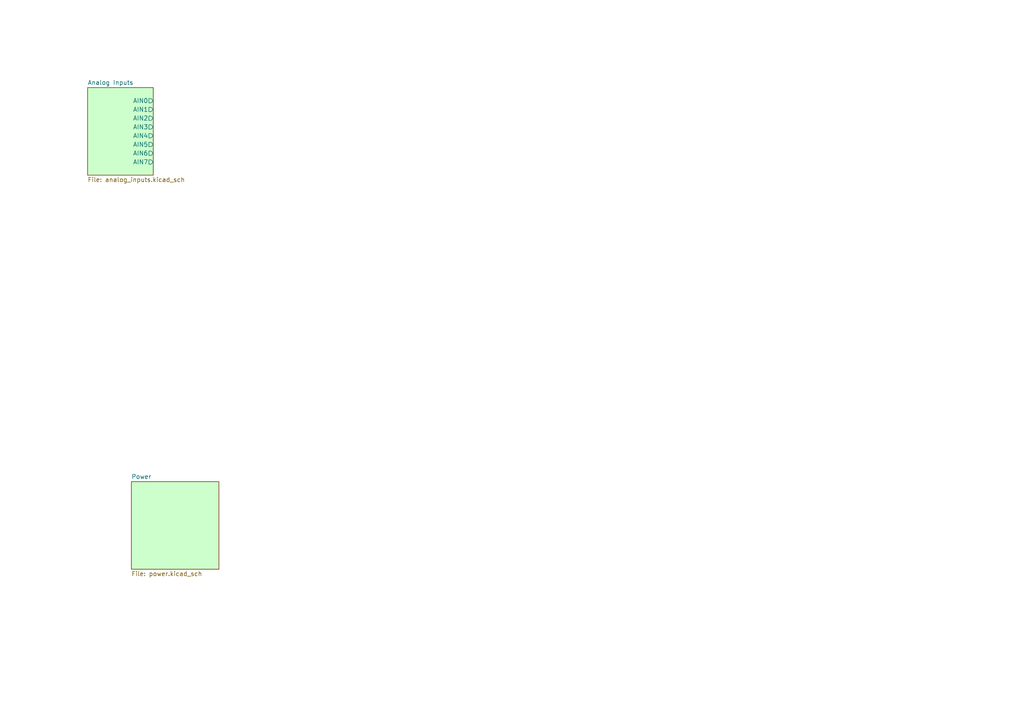
<source format=kicad_sch>
(kicad_sch
	(version 20250114)
	(generator "eeschema")
	(generator_version "9.0")
	(uuid "6f319019-7f64-4f31-b33e-8e8be597b53c")
	(paper "A4")
	(title_block
		(title "Control & Data Acquisition | Root")
		(date "2025-07-01")
		(rev "1")
		(company "Ing. Andrés Chaparro")
	)
	(lib_symbols)
	(sheet
		(at 38.1 139.7)
		(size 25.4 25.4)
		(exclude_from_sim no)
		(in_bom yes)
		(on_board yes)
		(dnp no)
		(fields_autoplaced yes)
		(stroke
			(width 0.1524)
			(type solid)
		)
		(fill
			(color 0 255 0 0.2000)
		)
		(uuid "4fef582d-d8d1-4831-b4d1-071ef2a3959f")
		(property "Sheetname" "Power"
			(at 38.1 138.9884 0)
			(effects
				(font
					(size 1.27 1.27)
				)
				(justify left bottom)
			)
		)
		(property "Sheetfile" "power.kicad_sch"
			(at 38.1 165.6846 0)
			(effects
				(font
					(size 1.27 1.27)
				)
				(justify left top)
			)
		)
		(instances
			(project "kicad-stm32-cdaq"
				(path "/6f319019-7f64-4f31-b33e-8e8be597b53c"
					(page "3")
				)
			)
		)
	)
	(sheet
		(at 25.4 25.4)
		(size 19.05 25.4)
		(exclude_from_sim no)
		(in_bom yes)
		(on_board yes)
		(dnp no)
		(fields_autoplaced yes)
		(stroke
			(width 0.1524)
			(type solid)
		)
		(fill
			(color 0 255 0 0.2000)
		)
		(uuid "642dd7a1-e8d1-40de-b320-c5dce24ac1c2")
		(property "Sheetname" "Analog Inputs"
			(at 25.4 24.6884 0)
			(effects
				(font
					(size 1.27 1.27)
				)
				(justify left bottom)
			)
		)
		(property "Sheetfile" "analog_inputs.kicad_sch"
			(at 25.4 51.3846 0)
			(effects
				(font
					(size 1.27 1.27)
				)
				(justify left top)
			)
		)
		(pin "AIN0" output
			(at 44.45 29.21 0)
			(uuid "b2e0e2a3-1271-4f1c-8c8d-af39959b04e8")
			(effects
				(font
					(size 1.27 1.27)
				)
				(justify right)
			)
		)
		(pin "AIN1" output
			(at 44.45 31.75 0)
			(uuid "99e52a94-2c95-4477-9d94-b588315999b6")
			(effects
				(font
					(size 1.27 1.27)
				)
				(justify right)
			)
		)
		(pin "AIN2" output
			(at 44.45 34.29 0)
			(uuid "327fecc3-3186-4752-8bdf-ad2dcd36e17b")
			(effects
				(font
					(size 1.27 1.27)
				)
				(justify right)
			)
		)
		(pin "AIN3" output
			(at 44.45 36.83 0)
			(uuid "8fa06f56-4231-4c27-8845-2a252194e4bd")
			(effects
				(font
					(size 1.27 1.27)
				)
				(justify right)
			)
		)
		(pin "AIN4" output
			(at 44.45 39.37 0)
			(uuid "7a991027-9fb3-471f-b3f8-1a191448775d")
			(effects
				(font
					(size 1.27 1.27)
				)
				(justify right)
			)
		)
		(pin "AIN5" output
			(at 44.45 41.91 0)
			(uuid "20c8e3d2-3c1d-4de6-b981-e87d26d1260a")
			(effects
				(font
					(size 1.27 1.27)
				)
				(justify right)
			)
		)
		(pin "AIN6" output
			(at 44.45 44.45 0)
			(uuid "4c2bc7f8-17a8-46f8-96f8-f9bfc29e95b0")
			(effects
				(font
					(size 1.27 1.27)
				)
				(justify right)
			)
		)
		(pin "AIN7" output
			(at 44.45 46.99 0)
			(uuid "d6457124-3f80-4e98-9e08-0bfdc66a9a2b")
			(effects
				(font
					(size 1.27 1.27)
				)
				(justify right)
			)
		)
		(instances
			(project "kicad-stm32-cdaq"
				(path "/6f319019-7f64-4f31-b33e-8e8be597b53c"
					(page "2")
				)
			)
		)
	)
	(sheet_instances
		(path "/"
			(page "1")
		)
	)
	(embedded_fonts no)
)

</source>
